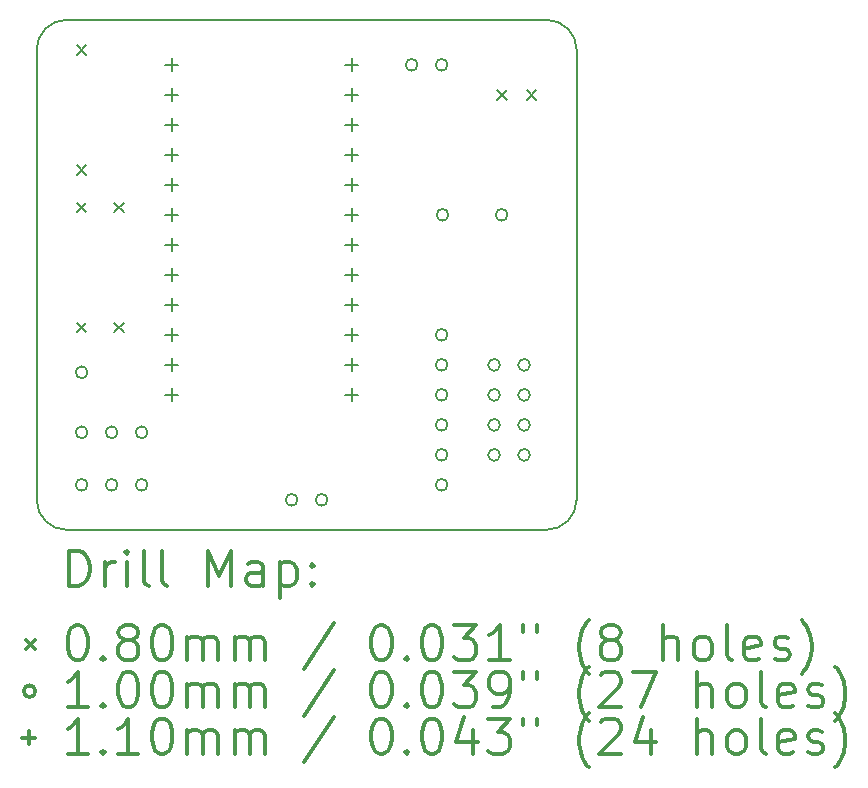
<source format=gbr>
%FSLAX45Y45*%
G04 Gerber Fmt 4.5, Leading zero omitted, Abs format (unit mm)*
G04 Created by KiCad (PCBNEW 5.0.1) date Sun 03 Feb 2019 02:08:52 PM CET*
%MOMM*%
%LPD*%
G01*
G04 APERTURE LIST*
%ADD10C,0.150000*%
%ADD11C,0.200000*%
%ADD12C,0.300000*%
G04 APERTURE END LIST*
D10*
X10033000Y-9271000D02*
G75*
G02X9779000Y-9017000I0J254000D01*
G01*
X9779000Y-5207000D02*
G75*
G02X10033000Y-4953000I254000J0D01*
G01*
X14097000Y-4953000D02*
G75*
G02X14351000Y-5207000I0J-254000D01*
G01*
X14097000Y-4953000D02*
X10033000Y-4953000D01*
X14351000Y-9017000D02*
X14351000Y-5207000D01*
X14351000Y-9017000D02*
G75*
G02X14097000Y-9271000I-254000J0D01*
G01*
D11*
X9779000Y-9017000D02*
X9779000Y-5207000D01*
X14097000Y-9271000D02*
X10033000Y-9271000D01*
D11*
X10437500Y-7516500D02*
X10517500Y-7596500D01*
X10517500Y-7516500D02*
X10437500Y-7596500D01*
X10120000Y-5167000D02*
X10200000Y-5247000D01*
X10200000Y-5167000D02*
X10120000Y-5247000D01*
X10120000Y-6183000D02*
X10200000Y-6263000D01*
X10200000Y-6183000D02*
X10120000Y-6263000D01*
X10120000Y-6500500D02*
X10200000Y-6580500D01*
X10200000Y-6500500D02*
X10120000Y-6580500D01*
X10120000Y-7516500D02*
X10200000Y-7596500D01*
X10200000Y-7516500D02*
X10120000Y-7596500D01*
X13680000Y-5548000D02*
X13760000Y-5628000D01*
X13760000Y-5548000D02*
X13680000Y-5628000D01*
X13930000Y-5548000D02*
X14010000Y-5628000D01*
X14010000Y-5548000D02*
X13930000Y-5628000D01*
X10437500Y-6500500D02*
X10517500Y-6580500D01*
X10517500Y-6500500D02*
X10437500Y-6580500D01*
X13702500Y-7874000D02*
G75*
G03X13702500Y-7874000I-50000J0D01*
G01*
X13702500Y-8128000D02*
G75*
G03X13702500Y-8128000I-50000J0D01*
G01*
X13702500Y-8382000D02*
G75*
G03X13702500Y-8382000I-50000J0D01*
G01*
X13702500Y-8636000D02*
G75*
G03X13702500Y-8636000I-50000J0D01*
G01*
X13956500Y-7874000D02*
G75*
G03X13956500Y-7874000I-50000J0D01*
G01*
X13956500Y-8128000D02*
G75*
G03X13956500Y-8128000I-50000J0D01*
G01*
X13956500Y-8382000D02*
G75*
G03X13956500Y-8382000I-50000J0D01*
G01*
X13956500Y-8636000D02*
G75*
G03X13956500Y-8636000I-50000J0D01*
G01*
X10210000Y-7937500D02*
G75*
G03X10210000Y-7937500I-50000J0D01*
G01*
X11988000Y-9017000D02*
G75*
G03X11988000Y-9017000I-50000J0D01*
G01*
X12242000Y-9017000D02*
G75*
G03X12242000Y-9017000I-50000J0D01*
G01*
X13258000Y-7620000D02*
G75*
G03X13258000Y-7620000I-50000J0D01*
G01*
X13258000Y-7874000D02*
G75*
G03X13258000Y-7874000I-50000J0D01*
G01*
X13258000Y-8128000D02*
G75*
G03X13258000Y-8128000I-50000J0D01*
G01*
X13258000Y-8382000D02*
G75*
G03X13258000Y-8382000I-50000J0D01*
G01*
X13258000Y-8636000D02*
G75*
G03X13258000Y-8636000I-50000J0D01*
G01*
X13258000Y-8890000D02*
G75*
G03X13258000Y-8890000I-50000J0D01*
G01*
X13266000Y-6604000D02*
G75*
G03X13266000Y-6604000I-50000J0D01*
G01*
X13766000Y-6604000D02*
G75*
G03X13766000Y-6604000I-50000J0D01*
G01*
X10210000Y-8890000D02*
G75*
G03X10210000Y-8890000I-50000J0D01*
G01*
X10464000Y-8890000D02*
G75*
G03X10464000Y-8890000I-50000J0D01*
G01*
X10718000Y-8890000D02*
G75*
G03X10718000Y-8890000I-50000J0D01*
G01*
X10210000Y-8445500D02*
G75*
G03X10210000Y-8445500I-50000J0D01*
G01*
X10464000Y-8445500D02*
G75*
G03X10464000Y-8445500I-50000J0D01*
G01*
X10718000Y-8445500D02*
G75*
G03X10718000Y-8445500I-50000J0D01*
G01*
X13004000Y-5334000D02*
G75*
G03X13004000Y-5334000I-50000J0D01*
G01*
X13258000Y-5334000D02*
G75*
G03X13258000Y-5334000I-50000J0D01*
G01*
X10922000Y-5279000D02*
X10922000Y-5389000D01*
X10867000Y-5334000D02*
X10977000Y-5334000D01*
X10922000Y-5533000D02*
X10922000Y-5643000D01*
X10867000Y-5588000D02*
X10977000Y-5588000D01*
X10922000Y-5787000D02*
X10922000Y-5897000D01*
X10867000Y-5842000D02*
X10977000Y-5842000D01*
X10922000Y-6041000D02*
X10922000Y-6151000D01*
X10867000Y-6096000D02*
X10977000Y-6096000D01*
X10922000Y-6295000D02*
X10922000Y-6405000D01*
X10867000Y-6350000D02*
X10977000Y-6350000D01*
X10922000Y-6549000D02*
X10922000Y-6659000D01*
X10867000Y-6604000D02*
X10977000Y-6604000D01*
X10922000Y-6803000D02*
X10922000Y-6913000D01*
X10867000Y-6858000D02*
X10977000Y-6858000D01*
X10922000Y-7057000D02*
X10922000Y-7167000D01*
X10867000Y-7112000D02*
X10977000Y-7112000D01*
X10922000Y-7311000D02*
X10922000Y-7421000D01*
X10867000Y-7366000D02*
X10977000Y-7366000D01*
X10922000Y-7565000D02*
X10922000Y-7675000D01*
X10867000Y-7620000D02*
X10977000Y-7620000D01*
X10922000Y-7819000D02*
X10922000Y-7929000D01*
X10867000Y-7874000D02*
X10977000Y-7874000D01*
X10922000Y-8073000D02*
X10922000Y-8183000D01*
X10867000Y-8128000D02*
X10977000Y-8128000D01*
X12446000Y-5279000D02*
X12446000Y-5389000D01*
X12391000Y-5334000D02*
X12501000Y-5334000D01*
X12446000Y-5533000D02*
X12446000Y-5643000D01*
X12391000Y-5588000D02*
X12501000Y-5588000D01*
X12446000Y-5787000D02*
X12446000Y-5897000D01*
X12391000Y-5842000D02*
X12501000Y-5842000D01*
X12446000Y-6041000D02*
X12446000Y-6151000D01*
X12391000Y-6096000D02*
X12501000Y-6096000D01*
X12446000Y-6295000D02*
X12446000Y-6405000D01*
X12391000Y-6350000D02*
X12501000Y-6350000D01*
X12446000Y-6549000D02*
X12446000Y-6659000D01*
X12391000Y-6604000D02*
X12501000Y-6604000D01*
X12446000Y-6803000D02*
X12446000Y-6913000D01*
X12391000Y-6858000D02*
X12501000Y-6858000D01*
X12446000Y-7057000D02*
X12446000Y-7167000D01*
X12391000Y-7112000D02*
X12501000Y-7112000D01*
X12446000Y-7311000D02*
X12446000Y-7421000D01*
X12391000Y-7366000D02*
X12501000Y-7366000D01*
X12446000Y-7565000D02*
X12446000Y-7675000D01*
X12391000Y-7620000D02*
X12501000Y-7620000D01*
X12446000Y-7819000D02*
X12446000Y-7929000D01*
X12391000Y-7874000D02*
X12501000Y-7874000D01*
X12446000Y-8073000D02*
X12446000Y-8183000D01*
X12391000Y-8128000D02*
X12501000Y-8128000D01*
D12*
X10055428Y-9746714D02*
X10055428Y-9446714D01*
X10126857Y-9446714D01*
X10169714Y-9461000D01*
X10198286Y-9489572D01*
X10212571Y-9518143D01*
X10226857Y-9575286D01*
X10226857Y-9618143D01*
X10212571Y-9675286D01*
X10198286Y-9703857D01*
X10169714Y-9732429D01*
X10126857Y-9746714D01*
X10055428Y-9746714D01*
X10355428Y-9746714D02*
X10355428Y-9546714D01*
X10355428Y-9603857D02*
X10369714Y-9575286D01*
X10384000Y-9561000D01*
X10412571Y-9546714D01*
X10441143Y-9546714D01*
X10541143Y-9746714D02*
X10541143Y-9546714D01*
X10541143Y-9446714D02*
X10526857Y-9461000D01*
X10541143Y-9475286D01*
X10555428Y-9461000D01*
X10541143Y-9446714D01*
X10541143Y-9475286D01*
X10726857Y-9746714D02*
X10698286Y-9732429D01*
X10684000Y-9703857D01*
X10684000Y-9446714D01*
X10884000Y-9746714D02*
X10855428Y-9732429D01*
X10841143Y-9703857D01*
X10841143Y-9446714D01*
X11226857Y-9746714D02*
X11226857Y-9446714D01*
X11326857Y-9661000D01*
X11426857Y-9446714D01*
X11426857Y-9746714D01*
X11698286Y-9746714D02*
X11698286Y-9589572D01*
X11684000Y-9561000D01*
X11655428Y-9546714D01*
X11598286Y-9546714D01*
X11569714Y-9561000D01*
X11698286Y-9732429D02*
X11669714Y-9746714D01*
X11598286Y-9746714D01*
X11569714Y-9732429D01*
X11555428Y-9703857D01*
X11555428Y-9675286D01*
X11569714Y-9646714D01*
X11598286Y-9632429D01*
X11669714Y-9632429D01*
X11698286Y-9618143D01*
X11841143Y-9546714D02*
X11841143Y-9846714D01*
X11841143Y-9561000D02*
X11869714Y-9546714D01*
X11926857Y-9546714D01*
X11955428Y-9561000D01*
X11969714Y-9575286D01*
X11984000Y-9603857D01*
X11984000Y-9689572D01*
X11969714Y-9718143D01*
X11955428Y-9732429D01*
X11926857Y-9746714D01*
X11869714Y-9746714D01*
X11841143Y-9732429D01*
X12112571Y-9718143D02*
X12126857Y-9732429D01*
X12112571Y-9746714D01*
X12098286Y-9732429D01*
X12112571Y-9718143D01*
X12112571Y-9746714D01*
X12112571Y-9561000D02*
X12126857Y-9575286D01*
X12112571Y-9589572D01*
X12098286Y-9575286D01*
X12112571Y-9561000D01*
X12112571Y-9589572D01*
X9689000Y-10201000D02*
X9769000Y-10281000D01*
X9769000Y-10201000D02*
X9689000Y-10281000D01*
X10112571Y-10076714D02*
X10141143Y-10076714D01*
X10169714Y-10091000D01*
X10184000Y-10105286D01*
X10198286Y-10133857D01*
X10212571Y-10191000D01*
X10212571Y-10262429D01*
X10198286Y-10319572D01*
X10184000Y-10348143D01*
X10169714Y-10362429D01*
X10141143Y-10376714D01*
X10112571Y-10376714D01*
X10084000Y-10362429D01*
X10069714Y-10348143D01*
X10055428Y-10319572D01*
X10041143Y-10262429D01*
X10041143Y-10191000D01*
X10055428Y-10133857D01*
X10069714Y-10105286D01*
X10084000Y-10091000D01*
X10112571Y-10076714D01*
X10341143Y-10348143D02*
X10355428Y-10362429D01*
X10341143Y-10376714D01*
X10326857Y-10362429D01*
X10341143Y-10348143D01*
X10341143Y-10376714D01*
X10526857Y-10205286D02*
X10498286Y-10191000D01*
X10484000Y-10176714D01*
X10469714Y-10148143D01*
X10469714Y-10133857D01*
X10484000Y-10105286D01*
X10498286Y-10091000D01*
X10526857Y-10076714D01*
X10584000Y-10076714D01*
X10612571Y-10091000D01*
X10626857Y-10105286D01*
X10641143Y-10133857D01*
X10641143Y-10148143D01*
X10626857Y-10176714D01*
X10612571Y-10191000D01*
X10584000Y-10205286D01*
X10526857Y-10205286D01*
X10498286Y-10219572D01*
X10484000Y-10233857D01*
X10469714Y-10262429D01*
X10469714Y-10319572D01*
X10484000Y-10348143D01*
X10498286Y-10362429D01*
X10526857Y-10376714D01*
X10584000Y-10376714D01*
X10612571Y-10362429D01*
X10626857Y-10348143D01*
X10641143Y-10319572D01*
X10641143Y-10262429D01*
X10626857Y-10233857D01*
X10612571Y-10219572D01*
X10584000Y-10205286D01*
X10826857Y-10076714D02*
X10855428Y-10076714D01*
X10884000Y-10091000D01*
X10898286Y-10105286D01*
X10912571Y-10133857D01*
X10926857Y-10191000D01*
X10926857Y-10262429D01*
X10912571Y-10319572D01*
X10898286Y-10348143D01*
X10884000Y-10362429D01*
X10855428Y-10376714D01*
X10826857Y-10376714D01*
X10798286Y-10362429D01*
X10784000Y-10348143D01*
X10769714Y-10319572D01*
X10755428Y-10262429D01*
X10755428Y-10191000D01*
X10769714Y-10133857D01*
X10784000Y-10105286D01*
X10798286Y-10091000D01*
X10826857Y-10076714D01*
X11055428Y-10376714D02*
X11055428Y-10176714D01*
X11055428Y-10205286D02*
X11069714Y-10191000D01*
X11098286Y-10176714D01*
X11141143Y-10176714D01*
X11169714Y-10191000D01*
X11184000Y-10219572D01*
X11184000Y-10376714D01*
X11184000Y-10219572D02*
X11198286Y-10191000D01*
X11226857Y-10176714D01*
X11269714Y-10176714D01*
X11298286Y-10191000D01*
X11312571Y-10219572D01*
X11312571Y-10376714D01*
X11455428Y-10376714D02*
X11455428Y-10176714D01*
X11455428Y-10205286D02*
X11469714Y-10191000D01*
X11498286Y-10176714D01*
X11541143Y-10176714D01*
X11569714Y-10191000D01*
X11584000Y-10219572D01*
X11584000Y-10376714D01*
X11584000Y-10219572D02*
X11598286Y-10191000D01*
X11626857Y-10176714D01*
X11669714Y-10176714D01*
X11698286Y-10191000D01*
X11712571Y-10219572D01*
X11712571Y-10376714D01*
X12298286Y-10062429D02*
X12041143Y-10448143D01*
X12684000Y-10076714D02*
X12712571Y-10076714D01*
X12741143Y-10091000D01*
X12755428Y-10105286D01*
X12769714Y-10133857D01*
X12784000Y-10191000D01*
X12784000Y-10262429D01*
X12769714Y-10319572D01*
X12755428Y-10348143D01*
X12741143Y-10362429D01*
X12712571Y-10376714D01*
X12684000Y-10376714D01*
X12655428Y-10362429D01*
X12641143Y-10348143D01*
X12626857Y-10319572D01*
X12612571Y-10262429D01*
X12612571Y-10191000D01*
X12626857Y-10133857D01*
X12641143Y-10105286D01*
X12655428Y-10091000D01*
X12684000Y-10076714D01*
X12912571Y-10348143D02*
X12926857Y-10362429D01*
X12912571Y-10376714D01*
X12898286Y-10362429D01*
X12912571Y-10348143D01*
X12912571Y-10376714D01*
X13112571Y-10076714D02*
X13141143Y-10076714D01*
X13169714Y-10091000D01*
X13184000Y-10105286D01*
X13198286Y-10133857D01*
X13212571Y-10191000D01*
X13212571Y-10262429D01*
X13198286Y-10319572D01*
X13184000Y-10348143D01*
X13169714Y-10362429D01*
X13141143Y-10376714D01*
X13112571Y-10376714D01*
X13084000Y-10362429D01*
X13069714Y-10348143D01*
X13055428Y-10319572D01*
X13041143Y-10262429D01*
X13041143Y-10191000D01*
X13055428Y-10133857D01*
X13069714Y-10105286D01*
X13084000Y-10091000D01*
X13112571Y-10076714D01*
X13312571Y-10076714D02*
X13498286Y-10076714D01*
X13398286Y-10191000D01*
X13441143Y-10191000D01*
X13469714Y-10205286D01*
X13484000Y-10219572D01*
X13498286Y-10248143D01*
X13498286Y-10319572D01*
X13484000Y-10348143D01*
X13469714Y-10362429D01*
X13441143Y-10376714D01*
X13355428Y-10376714D01*
X13326857Y-10362429D01*
X13312571Y-10348143D01*
X13784000Y-10376714D02*
X13612571Y-10376714D01*
X13698286Y-10376714D02*
X13698286Y-10076714D01*
X13669714Y-10119572D01*
X13641143Y-10148143D01*
X13612571Y-10162429D01*
X13898286Y-10076714D02*
X13898286Y-10133857D01*
X14012571Y-10076714D02*
X14012571Y-10133857D01*
X14455428Y-10491000D02*
X14441143Y-10476714D01*
X14412571Y-10433857D01*
X14398286Y-10405286D01*
X14384000Y-10362429D01*
X14369714Y-10291000D01*
X14369714Y-10233857D01*
X14384000Y-10162429D01*
X14398286Y-10119572D01*
X14412571Y-10091000D01*
X14441143Y-10048143D01*
X14455428Y-10033857D01*
X14612571Y-10205286D02*
X14584000Y-10191000D01*
X14569714Y-10176714D01*
X14555428Y-10148143D01*
X14555428Y-10133857D01*
X14569714Y-10105286D01*
X14584000Y-10091000D01*
X14612571Y-10076714D01*
X14669714Y-10076714D01*
X14698286Y-10091000D01*
X14712571Y-10105286D01*
X14726857Y-10133857D01*
X14726857Y-10148143D01*
X14712571Y-10176714D01*
X14698286Y-10191000D01*
X14669714Y-10205286D01*
X14612571Y-10205286D01*
X14584000Y-10219572D01*
X14569714Y-10233857D01*
X14555428Y-10262429D01*
X14555428Y-10319572D01*
X14569714Y-10348143D01*
X14584000Y-10362429D01*
X14612571Y-10376714D01*
X14669714Y-10376714D01*
X14698286Y-10362429D01*
X14712571Y-10348143D01*
X14726857Y-10319572D01*
X14726857Y-10262429D01*
X14712571Y-10233857D01*
X14698286Y-10219572D01*
X14669714Y-10205286D01*
X15084000Y-10376714D02*
X15084000Y-10076714D01*
X15212571Y-10376714D02*
X15212571Y-10219572D01*
X15198286Y-10191000D01*
X15169714Y-10176714D01*
X15126857Y-10176714D01*
X15098286Y-10191000D01*
X15084000Y-10205286D01*
X15398286Y-10376714D02*
X15369714Y-10362429D01*
X15355428Y-10348143D01*
X15341143Y-10319572D01*
X15341143Y-10233857D01*
X15355428Y-10205286D01*
X15369714Y-10191000D01*
X15398286Y-10176714D01*
X15441143Y-10176714D01*
X15469714Y-10191000D01*
X15484000Y-10205286D01*
X15498286Y-10233857D01*
X15498286Y-10319572D01*
X15484000Y-10348143D01*
X15469714Y-10362429D01*
X15441143Y-10376714D01*
X15398286Y-10376714D01*
X15669714Y-10376714D02*
X15641143Y-10362429D01*
X15626857Y-10333857D01*
X15626857Y-10076714D01*
X15898286Y-10362429D02*
X15869714Y-10376714D01*
X15812571Y-10376714D01*
X15784000Y-10362429D01*
X15769714Y-10333857D01*
X15769714Y-10219572D01*
X15784000Y-10191000D01*
X15812571Y-10176714D01*
X15869714Y-10176714D01*
X15898286Y-10191000D01*
X15912571Y-10219572D01*
X15912571Y-10248143D01*
X15769714Y-10276714D01*
X16026857Y-10362429D02*
X16055428Y-10376714D01*
X16112571Y-10376714D01*
X16141143Y-10362429D01*
X16155428Y-10333857D01*
X16155428Y-10319572D01*
X16141143Y-10291000D01*
X16112571Y-10276714D01*
X16069714Y-10276714D01*
X16041143Y-10262429D01*
X16026857Y-10233857D01*
X16026857Y-10219572D01*
X16041143Y-10191000D01*
X16069714Y-10176714D01*
X16112571Y-10176714D01*
X16141143Y-10191000D01*
X16255428Y-10491000D02*
X16269714Y-10476714D01*
X16298286Y-10433857D01*
X16312571Y-10405286D01*
X16326857Y-10362429D01*
X16341143Y-10291000D01*
X16341143Y-10233857D01*
X16326857Y-10162429D01*
X16312571Y-10119572D01*
X16298286Y-10091000D01*
X16269714Y-10048143D01*
X16255428Y-10033857D01*
X9769000Y-10637000D02*
G75*
G03X9769000Y-10637000I-50000J0D01*
G01*
X10212571Y-10772714D02*
X10041143Y-10772714D01*
X10126857Y-10772714D02*
X10126857Y-10472714D01*
X10098286Y-10515572D01*
X10069714Y-10544143D01*
X10041143Y-10558429D01*
X10341143Y-10744143D02*
X10355428Y-10758429D01*
X10341143Y-10772714D01*
X10326857Y-10758429D01*
X10341143Y-10744143D01*
X10341143Y-10772714D01*
X10541143Y-10472714D02*
X10569714Y-10472714D01*
X10598286Y-10487000D01*
X10612571Y-10501286D01*
X10626857Y-10529857D01*
X10641143Y-10587000D01*
X10641143Y-10658429D01*
X10626857Y-10715572D01*
X10612571Y-10744143D01*
X10598286Y-10758429D01*
X10569714Y-10772714D01*
X10541143Y-10772714D01*
X10512571Y-10758429D01*
X10498286Y-10744143D01*
X10484000Y-10715572D01*
X10469714Y-10658429D01*
X10469714Y-10587000D01*
X10484000Y-10529857D01*
X10498286Y-10501286D01*
X10512571Y-10487000D01*
X10541143Y-10472714D01*
X10826857Y-10472714D02*
X10855428Y-10472714D01*
X10884000Y-10487000D01*
X10898286Y-10501286D01*
X10912571Y-10529857D01*
X10926857Y-10587000D01*
X10926857Y-10658429D01*
X10912571Y-10715572D01*
X10898286Y-10744143D01*
X10884000Y-10758429D01*
X10855428Y-10772714D01*
X10826857Y-10772714D01*
X10798286Y-10758429D01*
X10784000Y-10744143D01*
X10769714Y-10715572D01*
X10755428Y-10658429D01*
X10755428Y-10587000D01*
X10769714Y-10529857D01*
X10784000Y-10501286D01*
X10798286Y-10487000D01*
X10826857Y-10472714D01*
X11055428Y-10772714D02*
X11055428Y-10572714D01*
X11055428Y-10601286D02*
X11069714Y-10587000D01*
X11098286Y-10572714D01*
X11141143Y-10572714D01*
X11169714Y-10587000D01*
X11184000Y-10615572D01*
X11184000Y-10772714D01*
X11184000Y-10615572D02*
X11198286Y-10587000D01*
X11226857Y-10572714D01*
X11269714Y-10572714D01*
X11298286Y-10587000D01*
X11312571Y-10615572D01*
X11312571Y-10772714D01*
X11455428Y-10772714D02*
X11455428Y-10572714D01*
X11455428Y-10601286D02*
X11469714Y-10587000D01*
X11498286Y-10572714D01*
X11541143Y-10572714D01*
X11569714Y-10587000D01*
X11584000Y-10615572D01*
X11584000Y-10772714D01*
X11584000Y-10615572D02*
X11598286Y-10587000D01*
X11626857Y-10572714D01*
X11669714Y-10572714D01*
X11698286Y-10587000D01*
X11712571Y-10615572D01*
X11712571Y-10772714D01*
X12298286Y-10458429D02*
X12041143Y-10844143D01*
X12684000Y-10472714D02*
X12712571Y-10472714D01*
X12741143Y-10487000D01*
X12755428Y-10501286D01*
X12769714Y-10529857D01*
X12784000Y-10587000D01*
X12784000Y-10658429D01*
X12769714Y-10715572D01*
X12755428Y-10744143D01*
X12741143Y-10758429D01*
X12712571Y-10772714D01*
X12684000Y-10772714D01*
X12655428Y-10758429D01*
X12641143Y-10744143D01*
X12626857Y-10715572D01*
X12612571Y-10658429D01*
X12612571Y-10587000D01*
X12626857Y-10529857D01*
X12641143Y-10501286D01*
X12655428Y-10487000D01*
X12684000Y-10472714D01*
X12912571Y-10744143D02*
X12926857Y-10758429D01*
X12912571Y-10772714D01*
X12898286Y-10758429D01*
X12912571Y-10744143D01*
X12912571Y-10772714D01*
X13112571Y-10472714D02*
X13141143Y-10472714D01*
X13169714Y-10487000D01*
X13184000Y-10501286D01*
X13198286Y-10529857D01*
X13212571Y-10587000D01*
X13212571Y-10658429D01*
X13198286Y-10715572D01*
X13184000Y-10744143D01*
X13169714Y-10758429D01*
X13141143Y-10772714D01*
X13112571Y-10772714D01*
X13084000Y-10758429D01*
X13069714Y-10744143D01*
X13055428Y-10715572D01*
X13041143Y-10658429D01*
X13041143Y-10587000D01*
X13055428Y-10529857D01*
X13069714Y-10501286D01*
X13084000Y-10487000D01*
X13112571Y-10472714D01*
X13312571Y-10472714D02*
X13498286Y-10472714D01*
X13398286Y-10587000D01*
X13441143Y-10587000D01*
X13469714Y-10601286D01*
X13484000Y-10615572D01*
X13498286Y-10644143D01*
X13498286Y-10715572D01*
X13484000Y-10744143D01*
X13469714Y-10758429D01*
X13441143Y-10772714D01*
X13355428Y-10772714D01*
X13326857Y-10758429D01*
X13312571Y-10744143D01*
X13641143Y-10772714D02*
X13698286Y-10772714D01*
X13726857Y-10758429D01*
X13741143Y-10744143D01*
X13769714Y-10701286D01*
X13784000Y-10644143D01*
X13784000Y-10529857D01*
X13769714Y-10501286D01*
X13755428Y-10487000D01*
X13726857Y-10472714D01*
X13669714Y-10472714D01*
X13641143Y-10487000D01*
X13626857Y-10501286D01*
X13612571Y-10529857D01*
X13612571Y-10601286D01*
X13626857Y-10629857D01*
X13641143Y-10644143D01*
X13669714Y-10658429D01*
X13726857Y-10658429D01*
X13755428Y-10644143D01*
X13769714Y-10629857D01*
X13784000Y-10601286D01*
X13898286Y-10472714D02*
X13898286Y-10529857D01*
X14012571Y-10472714D02*
X14012571Y-10529857D01*
X14455428Y-10887000D02*
X14441143Y-10872714D01*
X14412571Y-10829857D01*
X14398286Y-10801286D01*
X14384000Y-10758429D01*
X14369714Y-10687000D01*
X14369714Y-10629857D01*
X14384000Y-10558429D01*
X14398286Y-10515572D01*
X14412571Y-10487000D01*
X14441143Y-10444143D01*
X14455428Y-10429857D01*
X14555428Y-10501286D02*
X14569714Y-10487000D01*
X14598286Y-10472714D01*
X14669714Y-10472714D01*
X14698286Y-10487000D01*
X14712571Y-10501286D01*
X14726857Y-10529857D01*
X14726857Y-10558429D01*
X14712571Y-10601286D01*
X14541143Y-10772714D01*
X14726857Y-10772714D01*
X14826857Y-10472714D02*
X15026857Y-10472714D01*
X14898286Y-10772714D01*
X15369714Y-10772714D02*
X15369714Y-10472714D01*
X15498286Y-10772714D02*
X15498286Y-10615572D01*
X15484000Y-10587000D01*
X15455428Y-10572714D01*
X15412571Y-10572714D01*
X15384000Y-10587000D01*
X15369714Y-10601286D01*
X15684000Y-10772714D02*
X15655428Y-10758429D01*
X15641143Y-10744143D01*
X15626857Y-10715572D01*
X15626857Y-10629857D01*
X15641143Y-10601286D01*
X15655428Y-10587000D01*
X15684000Y-10572714D01*
X15726857Y-10572714D01*
X15755428Y-10587000D01*
X15769714Y-10601286D01*
X15784000Y-10629857D01*
X15784000Y-10715572D01*
X15769714Y-10744143D01*
X15755428Y-10758429D01*
X15726857Y-10772714D01*
X15684000Y-10772714D01*
X15955428Y-10772714D02*
X15926857Y-10758429D01*
X15912571Y-10729857D01*
X15912571Y-10472714D01*
X16184000Y-10758429D02*
X16155428Y-10772714D01*
X16098286Y-10772714D01*
X16069714Y-10758429D01*
X16055428Y-10729857D01*
X16055428Y-10615572D01*
X16069714Y-10587000D01*
X16098286Y-10572714D01*
X16155428Y-10572714D01*
X16184000Y-10587000D01*
X16198286Y-10615572D01*
X16198286Y-10644143D01*
X16055428Y-10672714D01*
X16312571Y-10758429D02*
X16341143Y-10772714D01*
X16398286Y-10772714D01*
X16426857Y-10758429D01*
X16441143Y-10729857D01*
X16441143Y-10715572D01*
X16426857Y-10687000D01*
X16398286Y-10672714D01*
X16355428Y-10672714D01*
X16326857Y-10658429D01*
X16312571Y-10629857D01*
X16312571Y-10615572D01*
X16326857Y-10587000D01*
X16355428Y-10572714D01*
X16398286Y-10572714D01*
X16426857Y-10587000D01*
X16541143Y-10887000D02*
X16555428Y-10872714D01*
X16584000Y-10829857D01*
X16598286Y-10801286D01*
X16612571Y-10758429D01*
X16626857Y-10687000D01*
X16626857Y-10629857D01*
X16612571Y-10558429D01*
X16598286Y-10515572D01*
X16584000Y-10487000D01*
X16555428Y-10444143D01*
X16541143Y-10429857D01*
X9714000Y-10978000D02*
X9714000Y-11088000D01*
X9659000Y-11033000D02*
X9769000Y-11033000D01*
X10212571Y-11168714D02*
X10041143Y-11168714D01*
X10126857Y-11168714D02*
X10126857Y-10868714D01*
X10098286Y-10911572D01*
X10069714Y-10940143D01*
X10041143Y-10954429D01*
X10341143Y-11140143D02*
X10355428Y-11154429D01*
X10341143Y-11168714D01*
X10326857Y-11154429D01*
X10341143Y-11140143D01*
X10341143Y-11168714D01*
X10641143Y-11168714D02*
X10469714Y-11168714D01*
X10555428Y-11168714D02*
X10555428Y-10868714D01*
X10526857Y-10911572D01*
X10498286Y-10940143D01*
X10469714Y-10954429D01*
X10826857Y-10868714D02*
X10855428Y-10868714D01*
X10884000Y-10883000D01*
X10898286Y-10897286D01*
X10912571Y-10925857D01*
X10926857Y-10983000D01*
X10926857Y-11054429D01*
X10912571Y-11111572D01*
X10898286Y-11140143D01*
X10884000Y-11154429D01*
X10855428Y-11168714D01*
X10826857Y-11168714D01*
X10798286Y-11154429D01*
X10784000Y-11140143D01*
X10769714Y-11111572D01*
X10755428Y-11054429D01*
X10755428Y-10983000D01*
X10769714Y-10925857D01*
X10784000Y-10897286D01*
X10798286Y-10883000D01*
X10826857Y-10868714D01*
X11055428Y-11168714D02*
X11055428Y-10968714D01*
X11055428Y-10997286D02*
X11069714Y-10983000D01*
X11098286Y-10968714D01*
X11141143Y-10968714D01*
X11169714Y-10983000D01*
X11184000Y-11011572D01*
X11184000Y-11168714D01*
X11184000Y-11011572D02*
X11198286Y-10983000D01*
X11226857Y-10968714D01*
X11269714Y-10968714D01*
X11298286Y-10983000D01*
X11312571Y-11011572D01*
X11312571Y-11168714D01*
X11455428Y-11168714D02*
X11455428Y-10968714D01*
X11455428Y-10997286D02*
X11469714Y-10983000D01*
X11498286Y-10968714D01*
X11541143Y-10968714D01*
X11569714Y-10983000D01*
X11584000Y-11011572D01*
X11584000Y-11168714D01*
X11584000Y-11011572D02*
X11598286Y-10983000D01*
X11626857Y-10968714D01*
X11669714Y-10968714D01*
X11698286Y-10983000D01*
X11712571Y-11011572D01*
X11712571Y-11168714D01*
X12298286Y-10854429D02*
X12041143Y-11240143D01*
X12684000Y-10868714D02*
X12712571Y-10868714D01*
X12741143Y-10883000D01*
X12755428Y-10897286D01*
X12769714Y-10925857D01*
X12784000Y-10983000D01*
X12784000Y-11054429D01*
X12769714Y-11111572D01*
X12755428Y-11140143D01*
X12741143Y-11154429D01*
X12712571Y-11168714D01*
X12684000Y-11168714D01*
X12655428Y-11154429D01*
X12641143Y-11140143D01*
X12626857Y-11111572D01*
X12612571Y-11054429D01*
X12612571Y-10983000D01*
X12626857Y-10925857D01*
X12641143Y-10897286D01*
X12655428Y-10883000D01*
X12684000Y-10868714D01*
X12912571Y-11140143D02*
X12926857Y-11154429D01*
X12912571Y-11168714D01*
X12898286Y-11154429D01*
X12912571Y-11140143D01*
X12912571Y-11168714D01*
X13112571Y-10868714D02*
X13141143Y-10868714D01*
X13169714Y-10883000D01*
X13184000Y-10897286D01*
X13198286Y-10925857D01*
X13212571Y-10983000D01*
X13212571Y-11054429D01*
X13198286Y-11111572D01*
X13184000Y-11140143D01*
X13169714Y-11154429D01*
X13141143Y-11168714D01*
X13112571Y-11168714D01*
X13084000Y-11154429D01*
X13069714Y-11140143D01*
X13055428Y-11111572D01*
X13041143Y-11054429D01*
X13041143Y-10983000D01*
X13055428Y-10925857D01*
X13069714Y-10897286D01*
X13084000Y-10883000D01*
X13112571Y-10868714D01*
X13469714Y-10968714D02*
X13469714Y-11168714D01*
X13398286Y-10854429D02*
X13326857Y-11068714D01*
X13512571Y-11068714D01*
X13598286Y-10868714D02*
X13784000Y-10868714D01*
X13684000Y-10983000D01*
X13726857Y-10983000D01*
X13755428Y-10997286D01*
X13769714Y-11011572D01*
X13784000Y-11040143D01*
X13784000Y-11111572D01*
X13769714Y-11140143D01*
X13755428Y-11154429D01*
X13726857Y-11168714D01*
X13641143Y-11168714D01*
X13612571Y-11154429D01*
X13598286Y-11140143D01*
X13898286Y-10868714D02*
X13898286Y-10925857D01*
X14012571Y-10868714D02*
X14012571Y-10925857D01*
X14455428Y-11283000D02*
X14441143Y-11268714D01*
X14412571Y-11225857D01*
X14398286Y-11197286D01*
X14384000Y-11154429D01*
X14369714Y-11083000D01*
X14369714Y-11025857D01*
X14384000Y-10954429D01*
X14398286Y-10911572D01*
X14412571Y-10883000D01*
X14441143Y-10840143D01*
X14455428Y-10825857D01*
X14555428Y-10897286D02*
X14569714Y-10883000D01*
X14598286Y-10868714D01*
X14669714Y-10868714D01*
X14698286Y-10883000D01*
X14712571Y-10897286D01*
X14726857Y-10925857D01*
X14726857Y-10954429D01*
X14712571Y-10997286D01*
X14541143Y-11168714D01*
X14726857Y-11168714D01*
X14984000Y-10968714D02*
X14984000Y-11168714D01*
X14912571Y-10854429D02*
X14841143Y-11068714D01*
X15026857Y-11068714D01*
X15369714Y-11168714D02*
X15369714Y-10868714D01*
X15498286Y-11168714D02*
X15498286Y-11011572D01*
X15484000Y-10983000D01*
X15455428Y-10968714D01*
X15412571Y-10968714D01*
X15384000Y-10983000D01*
X15369714Y-10997286D01*
X15684000Y-11168714D02*
X15655428Y-11154429D01*
X15641143Y-11140143D01*
X15626857Y-11111572D01*
X15626857Y-11025857D01*
X15641143Y-10997286D01*
X15655428Y-10983000D01*
X15684000Y-10968714D01*
X15726857Y-10968714D01*
X15755428Y-10983000D01*
X15769714Y-10997286D01*
X15784000Y-11025857D01*
X15784000Y-11111572D01*
X15769714Y-11140143D01*
X15755428Y-11154429D01*
X15726857Y-11168714D01*
X15684000Y-11168714D01*
X15955428Y-11168714D02*
X15926857Y-11154429D01*
X15912571Y-11125857D01*
X15912571Y-10868714D01*
X16184000Y-11154429D02*
X16155428Y-11168714D01*
X16098286Y-11168714D01*
X16069714Y-11154429D01*
X16055428Y-11125857D01*
X16055428Y-11011572D01*
X16069714Y-10983000D01*
X16098286Y-10968714D01*
X16155428Y-10968714D01*
X16184000Y-10983000D01*
X16198286Y-11011572D01*
X16198286Y-11040143D01*
X16055428Y-11068714D01*
X16312571Y-11154429D02*
X16341143Y-11168714D01*
X16398286Y-11168714D01*
X16426857Y-11154429D01*
X16441143Y-11125857D01*
X16441143Y-11111572D01*
X16426857Y-11083000D01*
X16398286Y-11068714D01*
X16355428Y-11068714D01*
X16326857Y-11054429D01*
X16312571Y-11025857D01*
X16312571Y-11011572D01*
X16326857Y-10983000D01*
X16355428Y-10968714D01*
X16398286Y-10968714D01*
X16426857Y-10983000D01*
X16541143Y-11283000D02*
X16555428Y-11268714D01*
X16584000Y-11225857D01*
X16598286Y-11197286D01*
X16612571Y-11154429D01*
X16626857Y-11083000D01*
X16626857Y-11025857D01*
X16612571Y-10954429D01*
X16598286Y-10911572D01*
X16584000Y-10883000D01*
X16555428Y-10840143D01*
X16541143Y-10825857D01*
M02*

</source>
